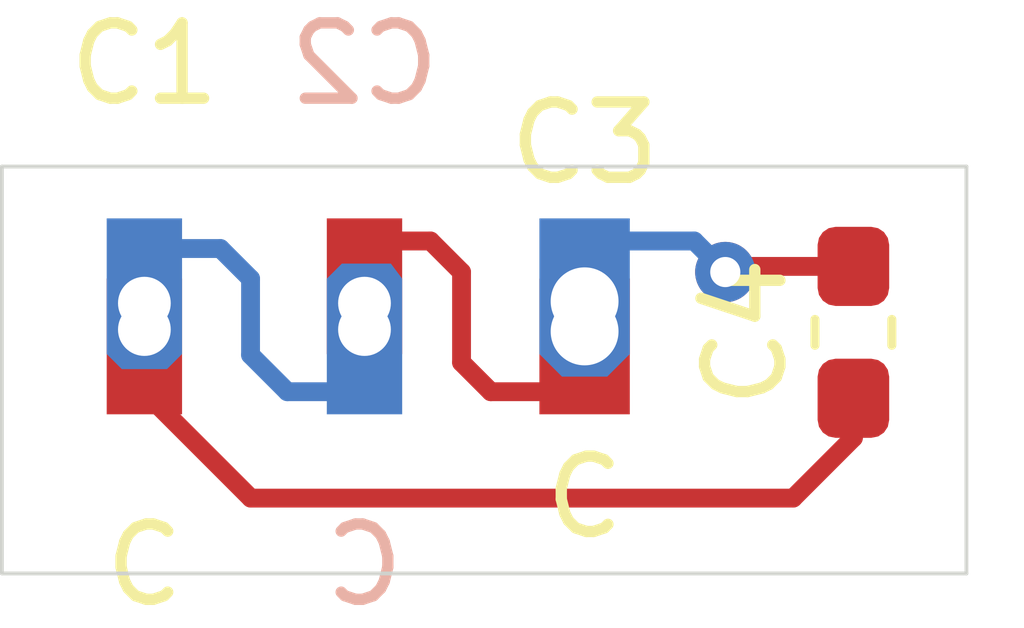
<source format=kicad_pcb>
(kicad_pcb (version 20171130) (host pcbnew "(5.1.5)-3")

  (general
    (thickness 1.6)
    (drawings 4)
    (tracks 19)
    (zones 0)
    (modules 4)
    (nets 5)
  )

  (page A4)
  (layers
    (0 F.Cu signal)
    (31 B.Cu signal)
    (32 B.Adhes user)
    (33 F.Adhes user)
    (34 B.Paste user)
    (35 F.Paste user)
    (36 B.SilkS user)
    (37 F.SilkS user)
    (38 B.Mask user)
    (39 F.Mask user)
    (40 Dwgs.User user)
    (41 Cmts.User user)
    (42 Eco1.User user)
    (43 Eco2.User user)
    (44 Edge.Cuts user)
    (45 Margin user)
    (46 B.CrtYd user)
    (47 F.CrtYd user)
    (48 B.Fab user)
    (49 F.Fab user)
  )

  (setup
    (last_trace_width 0.25)
    (trace_clearance 0.2)
    (zone_clearance 0.508)
    (zone_45_only no)
    (trace_min 0.2)
    (via_size 0.8)
    (via_drill 0.4)
    (via_min_size 0.4)
    (via_min_drill 0.3)
    (uvia_size 0.3)
    (uvia_drill 0.1)
    (uvias_allowed no)
    (uvia_min_size 0.2)
    (uvia_min_drill 0.1)
    (edge_width 0.05)
    (segment_width 0.2)
    (pcb_text_width 0.3)
    (pcb_text_size 1.5 1.5)
    (mod_edge_width 0.12)
    (mod_text_size 1 1)
    (mod_text_width 0.15)
    (pad_size 1.524 1.524)
    (pad_drill 0.762)
    (pad_to_mask_clearance 0.051)
    (solder_mask_min_width 0.25)
    (aux_axis_origin 0 0)
    (visible_elements FFFFFF7F)
    (pcbplotparams
      (layerselection 0x010fc_ffffffff)
      (usegerberextensions false)
      (usegerberattributes false)
      (usegerberadvancedattributes false)
      (creategerberjobfile false)
      (excludeedgelayer true)
      (linewidth 0.100000)
      (plotframeref false)
      (viasonmask false)
      (mode 1)
      (useauxorigin false)
      (hpglpennumber 1)
      (hpglpenspeed 20)
      (hpglpendiameter 15.000000)
      (psnegative false)
      (psa4output false)
      (plotreference true)
      (plotvalue true)
      (plotinvisibletext false)
      (padsonsilk false)
      (subtractmaskfromsilk false)
      (outputformat 1)
      (mirror false)
      (drillshape 0)
      (scaleselection 1)
      (outputdirectory "./gerber"))
  )

  (net 0 "")
  (net 1 +3V3)
  (net 2 "Net-(C1-Pad2)")
  (net 3 "Net-(C2-Pad2)")
  (net 4 GND)

  (net_class Default "This is the default net class."
    (clearance 0.2)
    (trace_width 0.25)
    (via_dia 0.8)
    (via_drill 0.4)
    (uvia_dia 0.3)
    (uvia_drill 0.1)
    (add_net +3V3)
    (add_net GND)
    (add_net "Net-(C1-Pad2)")
    (add_net "Net-(C2-Pad2)")
  )

  (module thSMD:0603_1 (layer F.Cu) (tedit 5EAA3559) (tstamp 5EAA64A1)
    (at 67.691 94.488)
    (path /5EA9A692)
    (zone_connect 2)
    (attr smd)
    (fp_text reference C1 (at 0 -3.35) (layer F.SilkS)
      (effects (font (size 1 1) (thickness 0.15)))
    )
    (fp_text value C (at 0 3.3) (layer F.SilkS)
      (effects (font (size 1 1) (thickness 0.15)))
    )
    (fp_line (start 0.7 0.9) (end -0.7 0.9) (layer B.CrtYd) (width 0.12))
    (fp_line (start -0.7 0.9) (end -0.7 -1.5) (layer B.CrtYd) (width 0.12))
    (fp_line (start -0.7 -1.5) (end 0.7 -1.5) (layer B.CrtYd) (width 0.12))
    (fp_line (start 0.7 -1.5) (end 0.7 0.9) (layer B.CrtYd) (width 0.12))
    (fp_line (start -0.7 1.5) (end -0.7 -0.9) (layer F.CrtYd) (width 0.12))
    (fp_line (start 0.7 1.5) (end -0.7 1.5) (layer F.CrtYd) (width 0.12))
    (fp_line (start 0.7 -0.9) (end 0.7 1.5) (layer F.CrtYd) (width 0.12))
    (fp_line (start -0.7 -0.9) (end 0.7 -0.9) (layer F.CrtYd) (width 0.12))
    (pad 1 smd custom (at 0 1) (size 0.9 0.6) (layers F.Cu F.Mask)
      (net 1 +3V3) (zone_connect 0)
      (options (clearance outline) (anchor rect))
      (primitives
        (gr_poly (pts
           (xy 0.5 -1.5) (xy 0.5 0.3) (xy -0.5 0.3) (xy -0.5 -1.5) (xy -0.35 -1.7)
           (xy 0.3 -1.7)) (width 0))
      ))
    (pad 2 smd custom (at 0 -1) (size 0.9 0.6) (layers B.Cu B.Mask)
      (net 2 "Net-(C1-Pad2)") (zone_connect 0)
      (options (clearance outline) (anchor rect))
      (primitives
        (gr_poly (pts
           (xy 0.5 1.5) (xy 0.3 1.7) (xy -0.3 1.7) (xy -0.5 1.5) (xy -0.5 -0.3)
           (xy 0.5 -0.3)) (width 0))
      ))
    (pad "" np_thru_hole circle (at 0 0.175) (size 0.7 0.7) (drill 0.7) (layers *.Cu)
      (zone_connect 0) (thermal_width 0.6) (thermal_gap 0.1))
    (pad "" np_thru_hole circle (at 0 -0.175) (size 0.7 0.7) (drill 0.7) (layers *.Cu)
      (zone_connect 0))
  )

  (module thSMD:0603_1 (layer B.Cu) (tedit 5EAA3559) (tstamp 5EAA64B1)
    (at 70.612 94.488 180)
    (path /5EA9AADA)
    (zone_connect 2)
    (attr smd)
    (fp_text reference C2 (at 0 3.35) (layer B.SilkS)
      (effects (font (size 1 1) (thickness 0.15)) (justify mirror))
    )
    (fp_text value C (at 0 -3.3) (layer B.SilkS)
      (effects (font (size 1 1) (thickness 0.15)) (justify mirror))
    )
    (fp_line (start 0.7 -0.9) (end -0.7 -0.9) (layer F.CrtYd) (width 0.12))
    (fp_line (start -0.7 -0.9) (end -0.7 1.5) (layer F.CrtYd) (width 0.12))
    (fp_line (start -0.7 1.5) (end 0.7 1.5) (layer F.CrtYd) (width 0.12))
    (fp_line (start 0.7 1.5) (end 0.7 -0.9) (layer F.CrtYd) (width 0.12))
    (fp_line (start -0.7 -1.5) (end -0.7 0.9) (layer B.CrtYd) (width 0.12))
    (fp_line (start 0.7 -1.5) (end -0.7 -1.5) (layer B.CrtYd) (width 0.12))
    (fp_line (start 0.7 0.9) (end 0.7 -1.5) (layer B.CrtYd) (width 0.12))
    (fp_line (start -0.7 0.9) (end 0.7 0.9) (layer B.CrtYd) (width 0.12))
    (pad 1 smd custom (at 0 -1 180) (size 0.9 0.6) (layers B.Cu B.Mask)
      (net 2 "Net-(C1-Pad2)") (zone_connect 0)
      (options (clearance outline) (anchor rect))
      (primitives
        (gr_poly (pts
           (xy 0.5 1.5) (xy 0.5 -0.3) (xy -0.5 -0.3) (xy -0.5 1.5) (xy -0.35 1.7)
           (xy 0.3 1.7)) (width 0))
      ))
    (pad 2 smd custom (at 0 1 180) (size 0.9 0.6) (layers F.Cu F.Mask)
      (net 3 "Net-(C2-Pad2)") (zone_connect 0)
      (options (clearance outline) (anchor rect))
      (primitives
        (gr_poly (pts
           (xy 0.5 -1.5) (xy 0.3 -1.7) (xy -0.3 -1.7) (xy -0.5 -1.5) (xy -0.5 0.3)
           (xy 0.5 0.3)) (width 0))
      ))
    (pad "" np_thru_hole circle (at 0 -0.175 180) (size 0.7 0.7) (drill 0.7) (layers *.Cu)
      (zone_connect 0) (thermal_width 0.6) (thermal_gap 0.1))
    (pad "" np_thru_hole circle (at 0 0.175 180) (size 0.7 0.7) (drill 0.7) (layers *.Cu)
      (zone_connect 0))
  )

  (module Capacitor_SMD:C_0603_1608Metric_Pad1.05x0.95mm_HandSolder (layer F.Cu) (tedit 5B301BBE) (tstamp 5EAA70B2)
    (at 77.1 94.7 90)
    (descr "Capacitor SMD 0603 (1608 Metric), square (rectangular) end terminal, IPC_7351 nominal with elongated pad for handsoldering. (Body size source: http://www.tortai-tech.com/upload/download/2011102023233369053.pdf), generated with kicad-footprint-generator")
    (tags "capacitor handsolder")
    (path /5EAA2BD0)
    (attr smd)
    (fp_text reference C4 (at 0 -1.43 90) (layer F.SilkS)
      (effects (font (size 1 1) (thickness 0.15)))
    )
    (fp_text value C (at 0 1.43 90) (layer F.Fab)
      (effects (font (size 1 1) (thickness 0.15)))
    )
    (fp_text user %R (at 0 0 90) (layer F.Fab)
      (effects (font (size 0.4 0.4) (thickness 0.06)))
    )
    (fp_line (start 1.65 0.73) (end -1.65 0.73) (layer F.CrtYd) (width 0.05))
    (fp_line (start 1.65 -0.73) (end 1.65 0.73) (layer F.CrtYd) (width 0.05))
    (fp_line (start -1.65 -0.73) (end 1.65 -0.73) (layer F.CrtYd) (width 0.05))
    (fp_line (start -1.65 0.73) (end -1.65 -0.73) (layer F.CrtYd) (width 0.05))
    (fp_line (start -0.171267 0.51) (end 0.171267 0.51) (layer F.SilkS) (width 0.12))
    (fp_line (start -0.171267 -0.51) (end 0.171267 -0.51) (layer F.SilkS) (width 0.12))
    (fp_line (start 0.8 0.4) (end -0.8 0.4) (layer F.Fab) (width 0.1))
    (fp_line (start 0.8 -0.4) (end 0.8 0.4) (layer F.Fab) (width 0.1))
    (fp_line (start -0.8 -0.4) (end 0.8 -0.4) (layer F.Fab) (width 0.1))
    (fp_line (start -0.8 0.4) (end -0.8 -0.4) (layer F.Fab) (width 0.1))
    (pad 2 smd roundrect (at 0.875 0 90) (size 1.05 0.95) (layers F.Cu F.Paste F.Mask) (roundrect_rratio 0.25)
      (net 4 GND))
    (pad 1 smd roundrect (at -0.875 0 90) (size 1.05 0.95) (layers F.Cu F.Paste F.Mask) (roundrect_rratio 0.25)
      (net 1 +3V3))
    (model ${KISYS3DMOD}/Capacitor_SMD.3dshapes/C_0603_1608Metric.wrl
      (at (xyz 0 0 0))
      (scale (xyz 1 1 1))
      (rotate (xyz 0 0 0))
    )
  )

  (module thSMD:0603_2 (layer F.Cu) (tedit 5EAA3610) (tstamp 5EAA6EBD)
    (at 73.533 94.488)
    (path /5EA9B4E3)
    (zone_connect 2)
    (attr smd)
    (fp_text reference C3 (at 0 -2.3) (layer F.SilkS)
      (effects (font (size 1 1) (thickness 0.15)))
    )
    (fp_text value C (at 0 2.4) (layer F.SilkS)
      (effects (font (size 1 1) (thickness 0.15)))
    )
    (fp_line (start 0.8 0.9) (end -0.8 0.9) (layer B.CrtYd) (width 0.12))
    (fp_line (start -0.8 0.9) (end -0.8 -1.5) (layer B.CrtYd) (width 0.12))
    (fp_line (start -0.8 -1.5) (end 0.8 -1.5) (layer B.CrtYd) (width 0.12))
    (fp_line (start 0.8 -1.5) (end 0.8 0.9) (layer B.CrtYd) (width 0.12))
    (fp_line (start -0.8 1.5) (end -0.8 -0.9) (layer F.CrtYd) (width 0.12))
    (fp_line (start 0.8 1.5) (end -0.8 1.5) (layer F.CrtYd) (width 0.12))
    (fp_line (start 0.8 -0.9) (end 0.8 1.5) (layer F.CrtYd) (width 0.12))
    (fp_line (start -0.8 -0.9) (end 0.8 -0.9) (layer F.CrtYd) (width 0.12))
    (pad 1 smd custom (at 0 1) (size 1.1 0.6) (layers F.Cu F.Mask)
      (net 3 "Net-(C2-Pad2)") (zone_connect 0)
      (options (clearance outline) (anchor rect))
      (primitives
        (gr_poly (pts
           (xy 0.6 -1.5) (xy 0.6 0.3) (xy -0.6 0.3) (xy -0.6 -1.5) (xy -0.325 -1.8)
           (xy 0.325 -1.8)) (width 0))
      ))
    (pad 2 smd custom (at 0 -1) (size 1.1 0.6) (layers B.Cu B.Mask)
      (net 4 GND) (zone_connect 0)
      (options (clearance outline) (anchor rect))
      (primitives
        (gr_poly (pts
           (xy 0.6 1.5) (xy 0.3 1.8) (xy -0.3 1.8) (xy -0.6 1.5) (xy -0.6 -0.3)
           (xy 0.6 -0.3)) (width 0))
      ))
    (pad "" np_thru_hole circle (at 0 0.2) (size 0.9 0.9) (drill 0.9) (layers *.Cu)
      (zone_connect 0) (thermal_width 0.6) (thermal_gap 0.1))
    (pad "" np_thru_hole circle (at 0 -0.2) (size 0.9 0.9) (drill 0.9) (layers *.Cu)
      (zone_connect 0))
  )

  (gr_line (start 65.8 97.9) (end 65.8 92.5) (layer Edge.Cuts) (width 0.05))
  (gr_line (start 78.6 97.9) (end 65.8 97.9) (layer Edge.Cuts) (width 0.05))
  (gr_line (start 78.6 92.5) (end 78.6 97.9) (layer Edge.Cuts) (width 0.05))
  (gr_line (start 65.8 92.5) (end 78.6 92.5) (layer Edge.Cuts) (width 0.05) (tstamp 5EAA707F))

  (segment (start 77.1 96.1) (end 77.1 95.575) (width 0.25) (layer F.Cu) (net 1))
  (segment (start 67.691 95.488) (end 69.103 96.9) (width 0.25) (layer F.Cu) (net 1))
  (segment (start 76.3 96.9) (end 77.1 96.1) (width 0.25) (layer F.Cu) (net 1))
  (segment (start 69.103 96.9) (end 76.3 96.9) (width 0.25) (layer F.Cu) (net 1))
  (segment (start 69.1 93.988) (end 69.1 95) (width 0.25) (layer B.Cu) (net 2))
  (segment (start 69.588 95.488) (end 70.612 95.488) (width 0.25) (layer B.Cu) (net 2))
  (segment (start 67.691 93.588) (end 68.7 93.588) (width 0.25) (layer B.Cu) (net 2))
  (segment (start 69.1 95) (end 69.588 95.488) (width 0.25) (layer B.Cu) (net 2))
  (segment (start 68.7 93.588) (end 69.1 93.988) (width 0.25) (layer B.Cu) (net 2))
  (segment (start 72.288 95.488) (end 73.533 95.488) (width 0.25) (layer F.Cu) (net 3))
  (segment (start 71.9 95.1) (end 72.288 95.488) (width 0.25) (layer F.Cu) (net 3))
  (segment (start 71.9 93.9) (end 71.9 95.1) (width 0.25) (layer F.Cu) (net 3))
  (segment (start 70.612 93.488) (end 71.488 93.488) (width 0.25) (layer F.Cu) (net 3))
  (segment (start 71.488 93.488) (end 71.9 93.9) (width 0.25) (layer F.Cu) (net 3))
  (via (at 75.4 93.9) (size 0.8) (drill 0.4) (layers F.Cu B.Cu) (net 4))
  (segment (start 77.1 93.825) (end 75.475 93.825) (width 0.25) (layer F.Cu) (net 4))
  (segment (start 75.475 93.825) (end 75.4 93.9) (width 0.25) (layer F.Cu) (net 4))
  (segment (start 74.988 93.488) (end 73.533 93.488) (width 0.25) (layer B.Cu) (net 4))
  (segment (start 75.4 93.9) (end 74.988 93.488) (width 0.25) (layer B.Cu) (net 4))

)

</source>
